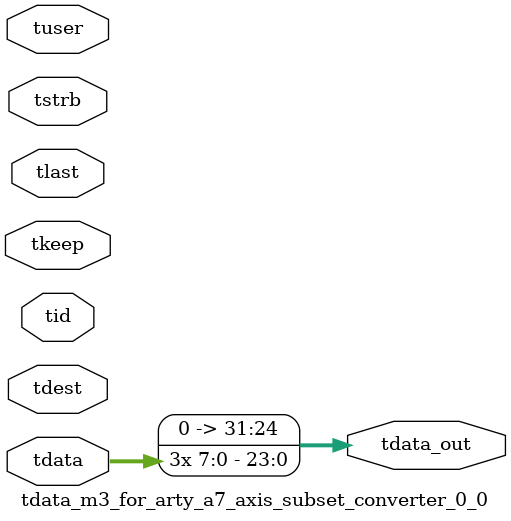
<source format=v>


`timescale 1ps/1ps

module tdata_m3_for_arty_a7_axis_subset_converter_0_0 #
(
parameter C_S_AXIS_TDATA_WIDTH = 32,
parameter C_S_AXIS_TUSER_WIDTH = 0,
parameter C_S_AXIS_TID_WIDTH   = 0,
parameter C_S_AXIS_TDEST_WIDTH = 0,
parameter C_M_AXIS_TDATA_WIDTH = 32
)
(
input  [(C_S_AXIS_TDATA_WIDTH == 0 ? 1 : C_S_AXIS_TDATA_WIDTH)-1:0     ] tdata,
input  [(C_S_AXIS_TUSER_WIDTH == 0 ? 1 : C_S_AXIS_TUSER_WIDTH)-1:0     ] tuser,
input  [(C_S_AXIS_TID_WIDTH   == 0 ? 1 : C_S_AXIS_TID_WIDTH)-1:0       ] tid,
input  [(C_S_AXIS_TDEST_WIDTH == 0 ? 1 : C_S_AXIS_TDEST_WIDTH)-1:0     ] tdest,
input  [(C_S_AXIS_TDATA_WIDTH/8)-1:0 ] tkeep,
input  [(C_S_AXIS_TDATA_WIDTH/8)-1:0 ] tstrb,
input                                                                    tlast,
output [C_M_AXIS_TDATA_WIDTH-1:0] tdata_out
);

assign tdata_out = {tdata[7:0],tdata[7:0],tdata[7:0]};

endmodule


</source>
